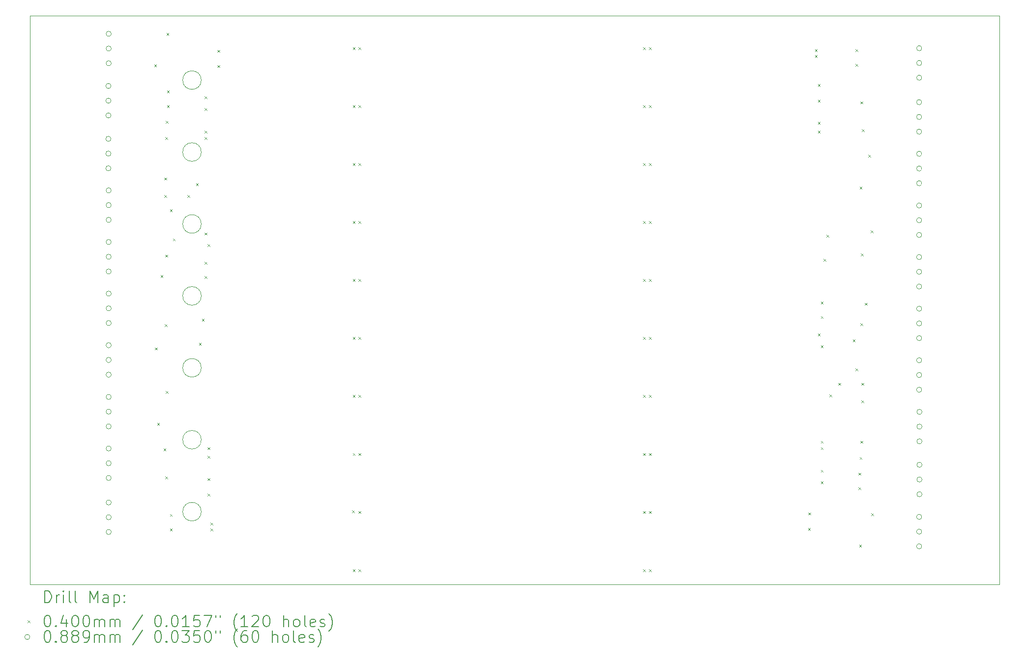
<source format=gbr>
%TF.GenerationSoftware,KiCad,Pcbnew,(6.0.8-1)-1*%
%TF.CreationDate,2023-06-16T18:56:44-04:00*%
%TF.ProjectId,Untitled,556e7469-746c-4656-942e-6b696361645f,rev?*%
%TF.SameCoordinates,Original*%
%TF.FileFunction,Drillmap*%
%TF.FilePolarity,Positive*%
%FSLAX45Y45*%
G04 Gerber Fmt 4.5, Leading zero omitted, Abs format (unit mm)*
G04 Created by KiCad (PCBNEW (6.0.8-1)-1) date 2023-06-16 18:56:44*
%MOMM*%
%LPD*%
G01*
G04 APERTURE LIST*
%ADD10C,0.100000*%
%ADD11C,0.200000*%
%ADD12C,0.040000*%
%ADD13C,0.088900*%
G04 APERTURE END LIST*
D10*
X7520000Y-5640000D02*
G75*
G03*
X7520000Y-5640000I-160000J0D01*
G01*
X7520000Y-11840000D02*
G75*
G03*
X7520000Y-11840000I-160000J0D01*
G01*
X7520000Y-10600000D02*
G75*
G03*
X7520000Y-10600000I-160000J0D01*
G01*
X4572000Y-3292000D02*
X21264000Y-3292000D01*
X21264000Y-3292000D02*
X21264000Y-13091000D01*
X21264000Y-13091000D02*
X4572000Y-13091000D01*
X4572000Y-13091000D02*
X4572000Y-3292000D01*
X7520000Y-6880000D02*
G75*
G03*
X7520000Y-6880000I-160000J0D01*
G01*
X7520000Y-8120000D02*
G75*
G03*
X7520000Y-8120000I-160000J0D01*
G01*
X7520000Y-9360000D02*
G75*
G03*
X7520000Y-9360000I-160000J0D01*
G01*
X7520000Y-4400000D02*
G75*
G03*
X7520000Y-4400000I-160000J0D01*
G01*
D11*
D12*
X6710000Y-4130000D02*
X6750000Y-4170000D01*
X6750000Y-4130000D02*
X6710000Y-4170000D01*
X6720000Y-9010000D02*
X6760000Y-9050000D01*
X6760000Y-9010000D02*
X6720000Y-9050000D01*
X6760000Y-10310000D02*
X6800000Y-10350000D01*
X6800000Y-10310000D02*
X6760000Y-10350000D01*
X6820000Y-7760000D02*
X6860000Y-7800000D01*
X6860000Y-7760000D02*
X6820000Y-7800000D01*
X6870000Y-10750000D02*
X6910000Y-10790000D01*
X6910000Y-10750000D02*
X6870000Y-10790000D01*
X6880000Y-6080000D02*
X6920000Y-6120000D01*
X6920000Y-6080000D02*
X6880000Y-6120000D01*
X6880000Y-6380000D02*
X6920000Y-6420000D01*
X6920000Y-6380000D02*
X6880000Y-6420000D01*
X6890000Y-8610000D02*
X6930000Y-8650000D01*
X6930000Y-8610000D02*
X6890000Y-8650000D01*
X6900000Y-5380000D02*
X6940000Y-5420000D01*
X6940000Y-5380000D02*
X6900000Y-5420000D01*
X6900000Y-7410000D02*
X6940000Y-7450000D01*
X6940000Y-7410000D02*
X6900000Y-7450000D01*
X6900000Y-11230000D02*
X6940000Y-11270000D01*
X6940000Y-11230000D02*
X6900000Y-11270000D01*
X6910000Y-5100000D02*
X6950000Y-5140000D01*
X6950000Y-5100000D02*
X6910000Y-5140000D01*
X6910000Y-9760000D02*
X6950000Y-9800000D01*
X6950000Y-9760000D02*
X6910000Y-9800000D01*
X6920000Y-3590000D02*
X6960000Y-3630000D01*
X6960000Y-3590000D02*
X6920000Y-3630000D01*
X6930000Y-4580000D02*
X6970000Y-4620000D01*
X6970000Y-4580000D02*
X6930000Y-4620000D01*
X6930000Y-4830000D02*
X6970000Y-4870000D01*
X6970000Y-4830000D02*
X6930000Y-4870000D01*
X6980000Y-6630000D02*
X7020000Y-6670000D01*
X7020000Y-6630000D02*
X6980000Y-6670000D01*
X6980000Y-11880000D02*
X7020000Y-11920000D01*
X7020000Y-11880000D02*
X6980000Y-11920000D01*
X6980000Y-12130000D02*
X7020000Y-12170000D01*
X7020000Y-12130000D02*
X6980000Y-12170000D01*
X7030000Y-7130000D02*
X7070000Y-7170000D01*
X7070000Y-7130000D02*
X7030000Y-7170000D01*
X7280000Y-6380000D02*
X7320000Y-6420000D01*
X7320000Y-6380000D02*
X7280000Y-6420000D01*
X7430000Y-6180000D02*
X7470000Y-6220000D01*
X7470000Y-6180000D02*
X7430000Y-6220000D01*
X7480000Y-8930000D02*
X7520000Y-8970000D01*
X7520000Y-8930000D02*
X7480000Y-8970000D01*
X7530000Y-8515989D02*
X7570000Y-8555989D01*
X7570000Y-8515989D02*
X7530000Y-8555989D01*
X7580000Y-4680000D02*
X7620000Y-4720000D01*
X7620000Y-4680000D02*
X7580000Y-4720000D01*
X7580000Y-4880000D02*
X7620000Y-4920000D01*
X7620000Y-4880000D02*
X7580000Y-4920000D01*
X7580000Y-5270000D02*
X7620000Y-5310000D01*
X7620000Y-5270000D02*
X7580000Y-5310000D01*
X7580000Y-5380000D02*
X7620000Y-5420000D01*
X7620000Y-5380000D02*
X7580000Y-5420000D01*
X7580000Y-7030000D02*
X7620000Y-7070000D01*
X7620000Y-7030000D02*
X7580000Y-7070000D01*
X7580000Y-7530000D02*
X7620000Y-7570000D01*
X7620000Y-7530000D02*
X7580000Y-7570000D01*
X7580000Y-7780000D02*
X7620000Y-7820000D01*
X7620000Y-7780000D02*
X7580000Y-7820000D01*
X7630000Y-7230000D02*
X7670000Y-7270000D01*
X7670000Y-7230000D02*
X7630000Y-7270000D01*
X7630000Y-10730000D02*
X7670000Y-10770000D01*
X7670000Y-10730000D02*
X7630000Y-10770000D01*
X7630000Y-10880000D02*
X7670000Y-10920000D01*
X7670000Y-10880000D02*
X7630000Y-10920000D01*
X7630000Y-11263035D02*
X7670000Y-11303035D01*
X7670000Y-11263035D02*
X7630000Y-11303035D01*
X7630000Y-11530000D02*
X7670000Y-11570000D01*
X7670000Y-11530000D02*
X7630000Y-11570000D01*
X7680000Y-12030000D02*
X7720000Y-12070000D01*
X7720000Y-12030000D02*
X7680000Y-12070000D01*
X7680000Y-12130000D02*
X7720000Y-12170000D01*
X7720000Y-12130000D02*
X7680000Y-12170000D01*
X7797000Y-4143000D02*
X7837000Y-4183000D01*
X7837000Y-4143000D02*
X7797000Y-4183000D01*
X7800000Y-3880000D02*
X7840000Y-3920000D01*
X7840000Y-3880000D02*
X7800000Y-3920000D01*
X10115750Y-11815750D02*
X10155750Y-11855750D01*
X10155750Y-11815750D02*
X10115750Y-11855750D01*
X10130000Y-3830000D02*
X10170000Y-3870000D01*
X10170000Y-3830000D02*
X10130000Y-3870000D01*
X10130000Y-4830000D02*
X10170000Y-4870000D01*
X10170000Y-4830000D02*
X10130000Y-4870000D01*
X10130000Y-5830000D02*
X10170000Y-5870000D01*
X10170000Y-5830000D02*
X10130000Y-5870000D01*
X10130000Y-6830000D02*
X10170000Y-6870000D01*
X10170000Y-6830000D02*
X10130000Y-6870000D01*
X10130000Y-7830000D02*
X10170000Y-7870000D01*
X10170000Y-7830000D02*
X10130000Y-7870000D01*
X10130000Y-8830000D02*
X10170000Y-8870000D01*
X10170000Y-8830000D02*
X10130000Y-8870000D01*
X10130000Y-9830000D02*
X10170000Y-9870000D01*
X10170000Y-9830000D02*
X10130000Y-9870000D01*
X10130000Y-10830000D02*
X10170000Y-10870000D01*
X10170000Y-10830000D02*
X10130000Y-10870000D01*
X10130000Y-12830000D02*
X10170000Y-12870000D01*
X10170000Y-12830000D02*
X10130000Y-12870000D01*
X10230000Y-3830000D02*
X10270000Y-3870000D01*
X10270000Y-3830000D02*
X10230000Y-3870000D01*
X10230000Y-4830000D02*
X10270000Y-4870000D01*
X10270000Y-4830000D02*
X10230000Y-4870000D01*
X10230000Y-5830000D02*
X10270000Y-5870000D01*
X10270000Y-5830000D02*
X10230000Y-5870000D01*
X10230000Y-6830000D02*
X10270000Y-6870000D01*
X10270000Y-6830000D02*
X10230000Y-6870000D01*
X10230000Y-7830000D02*
X10270000Y-7870000D01*
X10270000Y-7830000D02*
X10230000Y-7870000D01*
X10230000Y-8830000D02*
X10270000Y-8870000D01*
X10270000Y-8830000D02*
X10230000Y-8870000D01*
X10230000Y-9830000D02*
X10270000Y-9870000D01*
X10270000Y-9830000D02*
X10230000Y-9870000D01*
X10230000Y-10830000D02*
X10270000Y-10870000D01*
X10270000Y-10830000D02*
X10230000Y-10870000D01*
X10230000Y-11830000D02*
X10270000Y-11870000D01*
X10270000Y-11830000D02*
X10230000Y-11870000D01*
X10230000Y-12830000D02*
X10270000Y-12870000D01*
X10270000Y-12830000D02*
X10230000Y-12870000D01*
X15130000Y-3830000D02*
X15170000Y-3870000D01*
X15170000Y-3830000D02*
X15130000Y-3870000D01*
X15130000Y-4830000D02*
X15170000Y-4870000D01*
X15170000Y-4830000D02*
X15130000Y-4870000D01*
X15130000Y-5830000D02*
X15170000Y-5870000D01*
X15170000Y-5830000D02*
X15130000Y-5870000D01*
X15130000Y-6830000D02*
X15170000Y-6870000D01*
X15170000Y-6830000D02*
X15130000Y-6870000D01*
X15130000Y-7830000D02*
X15170000Y-7870000D01*
X15170000Y-7830000D02*
X15130000Y-7870000D01*
X15130000Y-8830000D02*
X15170000Y-8870000D01*
X15170000Y-8830000D02*
X15130000Y-8870000D01*
X15130000Y-9830000D02*
X15170000Y-9870000D01*
X15170000Y-9830000D02*
X15130000Y-9870000D01*
X15130000Y-10830000D02*
X15170000Y-10870000D01*
X15170000Y-10830000D02*
X15130000Y-10870000D01*
X15130000Y-11830000D02*
X15170000Y-11870000D01*
X15170000Y-11830000D02*
X15130000Y-11870000D01*
X15130000Y-12830000D02*
X15170000Y-12870000D01*
X15170000Y-12830000D02*
X15130000Y-12870000D01*
X15230000Y-3830000D02*
X15270000Y-3870000D01*
X15270000Y-3830000D02*
X15230000Y-3870000D01*
X15230000Y-4830000D02*
X15270000Y-4870000D01*
X15270000Y-4830000D02*
X15230000Y-4870000D01*
X15230000Y-5830000D02*
X15270000Y-5870000D01*
X15270000Y-5830000D02*
X15230000Y-5870000D01*
X15230000Y-6830000D02*
X15270000Y-6870000D01*
X15270000Y-6830000D02*
X15230000Y-6870000D01*
X15230000Y-7830000D02*
X15270000Y-7870000D01*
X15270000Y-7830000D02*
X15230000Y-7870000D01*
X15230000Y-8830000D02*
X15270000Y-8870000D01*
X15270000Y-8830000D02*
X15230000Y-8870000D01*
X15230000Y-9830000D02*
X15270000Y-9870000D01*
X15270000Y-9830000D02*
X15230000Y-9870000D01*
X15230000Y-10830000D02*
X15270000Y-10870000D01*
X15270000Y-10830000D02*
X15230000Y-10870000D01*
X15230000Y-11830000D02*
X15270000Y-11870000D01*
X15270000Y-11830000D02*
X15230000Y-11870000D01*
X15230000Y-12830000D02*
X15270000Y-12870000D01*
X15270000Y-12830000D02*
X15230000Y-12870000D01*
X17969250Y-12119250D02*
X18009250Y-12159250D01*
X18009250Y-12119250D02*
X17969250Y-12159250D01*
X17972250Y-11856250D02*
X18012250Y-11896250D01*
X18012250Y-11856250D02*
X17972250Y-11896250D01*
X18089250Y-3869250D02*
X18129250Y-3909250D01*
X18129250Y-3869250D02*
X18089250Y-3909250D01*
X18089250Y-3969250D02*
X18129250Y-4009250D01*
X18129250Y-3969250D02*
X18089250Y-4009250D01*
X18139250Y-4469250D02*
X18179250Y-4509250D01*
X18179250Y-4469250D02*
X18139250Y-4509250D01*
X18139250Y-4736215D02*
X18179250Y-4776215D01*
X18179250Y-4736215D02*
X18139250Y-4776215D01*
X18139250Y-5119250D02*
X18179250Y-5159250D01*
X18179250Y-5119250D02*
X18139250Y-5159250D01*
X18139250Y-5269250D02*
X18179250Y-5309250D01*
X18179250Y-5269250D02*
X18139250Y-5309250D01*
X18139250Y-8769250D02*
X18179250Y-8809250D01*
X18179250Y-8769250D02*
X18139250Y-8809250D01*
X18189250Y-8219250D02*
X18229250Y-8259250D01*
X18229250Y-8219250D02*
X18189250Y-8259250D01*
X18189250Y-8469250D02*
X18229250Y-8509250D01*
X18229250Y-8469250D02*
X18189250Y-8509250D01*
X18189250Y-8969250D02*
X18229250Y-9009250D01*
X18229250Y-8969250D02*
X18189250Y-9009250D01*
X18189250Y-10619250D02*
X18229250Y-10659250D01*
X18229250Y-10619250D02*
X18189250Y-10659250D01*
X18189250Y-10729250D02*
X18229250Y-10769250D01*
X18229250Y-10729250D02*
X18189250Y-10769250D01*
X18189250Y-11119250D02*
X18229250Y-11159250D01*
X18229250Y-11119250D02*
X18189250Y-11159250D01*
X18189250Y-11319250D02*
X18229250Y-11359250D01*
X18229250Y-11319250D02*
X18189250Y-11359250D01*
X18239250Y-7483261D02*
X18279250Y-7523261D01*
X18279250Y-7483261D02*
X18239250Y-7523261D01*
X18289250Y-7069250D02*
X18329250Y-7109250D01*
X18329250Y-7069250D02*
X18289250Y-7109250D01*
X18339250Y-9819250D02*
X18379250Y-9859250D01*
X18379250Y-9819250D02*
X18339250Y-9859250D01*
X18489250Y-9619250D02*
X18529250Y-9659250D01*
X18529250Y-9619250D02*
X18489250Y-9659250D01*
X18739250Y-8869250D02*
X18779250Y-8909250D01*
X18779250Y-8869250D02*
X18739250Y-8909250D01*
X18789250Y-3869250D02*
X18829250Y-3909250D01*
X18829250Y-3869250D02*
X18789250Y-3909250D01*
X18789250Y-4119250D02*
X18829250Y-4159250D01*
X18829250Y-4119250D02*
X18789250Y-4159250D01*
X18789250Y-9369250D02*
X18829250Y-9409250D01*
X18829250Y-9369250D02*
X18789250Y-9409250D01*
X18839250Y-11169250D02*
X18879250Y-11209250D01*
X18879250Y-11169250D02*
X18839250Y-11209250D01*
X18839250Y-11419250D02*
X18879250Y-11459250D01*
X18879250Y-11419250D02*
X18839250Y-11459250D01*
X18849250Y-12409250D02*
X18889250Y-12449250D01*
X18889250Y-12409250D02*
X18849250Y-12449250D01*
X18859250Y-6239250D02*
X18899250Y-6279250D01*
X18899250Y-6239250D02*
X18859250Y-6279250D01*
X18859250Y-10899250D02*
X18899250Y-10939250D01*
X18899250Y-10899250D02*
X18859250Y-10939250D01*
X18869250Y-4769250D02*
X18909250Y-4809250D01*
X18909250Y-4769250D02*
X18869250Y-4809250D01*
X18869250Y-8589250D02*
X18909250Y-8629250D01*
X18909250Y-8589250D02*
X18869250Y-8629250D01*
X18869250Y-10619250D02*
X18909250Y-10659250D01*
X18909250Y-10619250D02*
X18869250Y-10659250D01*
X18879250Y-7389250D02*
X18919250Y-7429250D01*
X18919250Y-7389250D02*
X18879250Y-7429250D01*
X18889250Y-9619250D02*
X18929250Y-9659250D01*
X18929250Y-9619250D02*
X18889250Y-9659250D01*
X18889250Y-9919250D02*
X18929250Y-9959250D01*
X18929250Y-9919250D02*
X18889250Y-9959250D01*
X18899250Y-5249250D02*
X18939250Y-5289250D01*
X18939250Y-5249250D02*
X18899250Y-5289250D01*
X18949250Y-8239250D02*
X18989250Y-8279250D01*
X18989250Y-8239250D02*
X18949250Y-8279250D01*
X19009250Y-5689250D02*
X19049250Y-5729250D01*
X19049250Y-5689250D02*
X19009250Y-5729250D01*
X19049250Y-6989250D02*
X19089250Y-7029250D01*
X19089250Y-6989250D02*
X19049250Y-7029250D01*
X19059250Y-11869250D02*
X19099250Y-11909250D01*
X19099250Y-11869250D02*
X19059250Y-11909250D01*
D13*
X5964450Y-4500000D02*
G75*
G03*
X5964450Y-4500000I-44450J0D01*
G01*
X5964450Y-4754000D02*
G75*
G03*
X5964450Y-4754000I-44450J0D01*
G01*
X5964450Y-5008000D02*
G75*
G03*
X5964450Y-5008000I-44450J0D01*
G01*
X5964450Y-5412000D02*
G75*
G03*
X5964450Y-5412000I-44450J0D01*
G01*
X5964450Y-5666000D02*
G75*
G03*
X5964450Y-5666000I-44450J0D01*
G01*
X5964450Y-5920000D02*
G75*
G03*
X5964450Y-5920000I-44450J0D01*
G01*
X5969460Y-3602000D02*
G75*
G03*
X5969460Y-3602000I-44450J0D01*
G01*
X5969460Y-3856000D02*
G75*
G03*
X5969460Y-3856000I-44450J0D01*
G01*
X5969460Y-4110000D02*
G75*
G03*
X5969460Y-4110000I-44450J0D01*
G01*
X5969460Y-6301250D02*
G75*
G03*
X5969460Y-6301250I-44450J0D01*
G01*
X5969460Y-6555250D02*
G75*
G03*
X5969460Y-6555250I-44450J0D01*
G01*
X5969460Y-6809250D02*
G75*
G03*
X5969460Y-6809250I-44450J0D01*
G01*
X5969460Y-7190750D02*
G75*
G03*
X5969460Y-7190750I-44450J0D01*
G01*
X5969460Y-7444750D02*
G75*
G03*
X5969460Y-7444750I-44450J0D01*
G01*
X5969460Y-7698750D02*
G75*
G03*
X5969460Y-7698750I-44450J0D01*
G01*
X5969460Y-8081250D02*
G75*
G03*
X5969460Y-8081250I-44450J0D01*
G01*
X5969460Y-8335250D02*
G75*
G03*
X5969460Y-8335250I-44450J0D01*
G01*
X5969460Y-8589250D02*
G75*
G03*
X5969460Y-8589250I-44450J0D01*
G01*
X5969460Y-8970750D02*
G75*
G03*
X5969460Y-8970750I-44450J0D01*
G01*
X5969460Y-9224750D02*
G75*
G03*
X5969460Y-9224750I-44450J0D01*
G01*
X5969460Y-9478750D02*
G75*
G03*
X5969460Y-9478750I-44450J0D01*
G01*
X5969460Y-9861250D02*
G75*
G03*
X5969460Y-9861250I-44450J0D01*
G01*
X5969460Y-10115250D02*
G75*
G03*
X5969460Y-10115250I-44450J0D01*
G01*
X5969460Y-10369250D02*
G75*
G03*
X5969460Y-10369250I-44450J0D01*
G01*
X5969460Y-10750750D02*
G75*
G03*
X5969460Y-10750750I-44450J0D01*
G01*
X5969460Y-11004750D02*
G75*
G03*
X5969460Y-11004750I-44450J0D01*
G01*
X5969460Y-11258750D02*
G75*
G03*
X5969460Y-11258750I-44450J0D01*
G01*
X5969460Y-11681250D02*
G75*
G03*
X5969460Y-11681250I-44450J0D01*
G01*
X5969460Y-11935250D02*
G75*
G03*
X5969460Y-11935250I-44450J0D01*
G01*
X5969460Y-12189250D02*
G75*
G03*
X5969460Y-12189250I-44450J0D01*
G01*
X19928690Y-3850000D02*
G75*
G03*
X19928690Y-3850000I-44450J0D01*
G01*
X19928690Y-4104000D02*
G75*
G03*
X19928690Y-4104000I-44450J0D01*
G01*
X19928690Y-4358000D02*
G75*
G03*
X19928690Y-4358000I-44450J0D01*
G01*
X19928690Y-4780500D02*
G75*
G03*
X19928690Y-4780500I-44450J0D01*
G01*
X19928690Y-5034500D02*
G75*
G03*
X19928690Y-5034500I-44450J0D01*
G01*
X19928690Y-5288500D02*
G75*
G03*
X19928690Y-5288500I-44450J0D01*
G01*
X19928690Y-5670000D02*
G75*
G03*
X19928690Y-5670000I-44450J0D01*
G01*
X19928690Y-5924000D02*
G75*
G03*
X19928690Y-5924000I-44450J0D01*
G01*
X19928690Y-6178000D02*
G75*
G03*
X19928690Y-6178000I-44450J0D01*
G01*
X19928690Y-6560500D02*
G75*
G03*
X19928690Y-6560500I-44450J0D01*
G01*
X19928690Y-6814500D02*
G75*
G03*
X19928690Y-6814500I-44450J0D01*
G01*
X19928690Y-7068500D02*
G75*
G03*
X19928690Y-7068500I-44450J0D01*
G01*
X19928690Y-7450000D02*
G75*
G03*
X19928690Y-7450000I-44450J0D01*
G01*
X19928690Y-7704000D02*
G75*
G03*
X19928690Y-7704000I-44450J0D01*
G01*
X19928690Y-7958000D02*
G75*
G03*
X19928690Y-7958000I-44450J0D01*
G01*
X19928690Y-8340500D02*
G75*
G03*
X19928690Y-8340500I-44450J0D01*
G01*
X19928690Y-8594500D02*
G75*
G03*
X19928690Y-8594500I-44450J0D01*
G01*
X19928690Y-8848500D02*
G75*
G03*
X19928690Y-8848500I-44450J0D01*
G01*
X19928690Y-9230000D02*
G75*
G03*
X19928690Y-9230000I-44450J0D01*
G01*
X19928690Y-9484000D02*
G75*
G03*
X19928690Y-9484000I-44450J0D01*
G01*
X19928690Y-9738000D02*
G75*
G03*
X19928690Y-9738000I-44450J0D01*
G01*
X19928690Y-11929250D02*
G75*
G03*
X19928690Y-11929250I-44450J0D01*
G01*
X19928690Y-12183250D02*
G75*
G03*
X19928690Y-12183250I-44450J0D01*
G01*
X19928690Y-12437250D02*
G75*
G03*
X19928690Y-12437250I-44450J0D01*
G01*
X19933700Y-10119250D02*
G75*
G03*
X19933700Y-10119250I-44450J0D01*
G01*
X19933700Y-10373250D02*
G75*
G03*
X19933700Y-10373250I-44450J0D01*
G01*
X19933700Y-10627250D02*
G75*
G03*
X19933700Y-10627250I-44450J0D01*
G01*
X19933700Y-11031250D02*
G75*
G03*
X19933700Y-11031250I-44450J0D01*
G01*
X19933700Y-11285250D02*
G75*
G03*
X19933700Y-11285250I-44450J0D01*
G01*
X19933700Y-11539250D02*
G75*
G03*
X19933700Y-11539250I-44450J0D01*
G01*
D11*
X4824619Y-13406476D02*
X4824619Y-13206476D01*
X4872238Y-13206476D01*
X4900810Y-13216000D01*
X4919857Y-13235048D01*
X4929381Y-13254095D01*
X4938905Y-13292190D01*
X4938905Y-13320762D01*
X4929381Y-13358857D01*
X4919857Y-13377905D01*
X4900810Y-13396952D01*
X4872238Y-13406476D01*
X4824619Y-13406476D01*
X5024619Y-13406476D02*
X5024619Y-13273143D01*
X5024619Y-13311238D02*
X5034143Y-13292190D01*
X5043667Y-13282667D01*
X5062714Y-13273143D01*
X5081762Y-13273143D01*
X5148429Y-13406476D02*
X5148429Y-13273143D01*
X5148429Y-13206476D02*
X5138905Y-13216000D01*
X5148429Y-13225524D01*
X5157952Y-13216000D01*
X5148429Y-13206476D01*
X5148429Y-13225524D01*
X5272238Y-13406476D02*
X5253190Y-13396952D01*
X5243667Y-13377905D01*
X5243667Y-13206476D01*
X5377000Y-13406476D02*
X5357952Y-13396952D01*
X5348429Y-13377905D01*
X5348429Y-13206476D01*
X5605571Y-13406476D02*
X5605571Y-13206476D01*
X5672238Y-13349333D01*
X5738905Y-13206476D01*
X5738905Y-13406476D01*
X5919857Y-13406476D02*
X5919857Y-13301714D01*
X5910333Y-13282667D01*
X5891286Y-13273143D01*
X5853190Y-13273143D01*
X5834143Y-13282667D01*
X5919857Y-13396952D02*
X5900809Y-13406476D01*
X5853190Y-13406476D01*
X5834143Y-13396952D01*
X5824619Y-13377905D01*
X5824619Y-13358857D01*
X5834143Y-13339809D01*
X5853190Y-13330286D01*
X5900809Y-13330286D01*
X5919857Y-13320762D01*
X6015095Y-13273143D02*
X6015095Y-13473143D01*
X6015095Y-13282667D02*
X6034143Y-13273143D01*
X6072238Y-13273143D01*
X6091286Y-13282667D01*
X6100809Y-13292190D01*
X6110333Y-13311238D01*
X6110333Y-13368381D01*
X6100809Y-13387428D01*
X6091286Y-13396952D01*
X6072238Y-13406476D01*
X6034143Y-13406476D01*
X6015095Y-13396952D01*
X6196048Y-13387428D02*
X6205571Y-13396952D01*
X6196048Y-13406476D01*
X6186524Y-13396952D01*
X6196048Y-13387428D01*
X6196048Y-13406476D01*
X6196048Y-13282667D02*
X6205571Y-13292190D01*
X6196048Y-13301714D01*
X6186524Y-13292190D01*
X6196048Y-13282667D01*
X6196048Y-13301714D01*
D12*
X4527000Y-13716000D02*
X4567000Y-13756000D01*
X4567000Y-13716000D02*
X4527000Y-13756000D01*
D11*
X4862714Y-13626476D02*
X4881762Y-13626476D01*
X4900810Y-13636000D01*
X4910333Y-13645524D01*
X4919857Y-13664571D01*
X4929381Y-13702667D01*
X4929381Y-13750286D01*
X4919857Y-13788381D01*
X4910333Y-13807428D01*
X4900810Y-13816952D01*
X4881762Y-13826476D01*
X4862714Y-13826476D01*
X4843667Y-13816952D01*
X4834143Y-13807428D01*
X4824619Y-13788381D01*
X4815095Y-13750286D01*
X4815095Y-13702667D01*
X4824619Y-13664571D01*
X4834143Y-13645524D01*
X4843667Y-13636000D01*
X4862714Y-13626476D01*
X5015095Y-13807428D02*
X5024619Y-13816952D01*
X5015095Y-13826476D01*
X5005571Y-13816952D01*
X5015095Y-13807428D01*
X5015095Y-13826476D01*
X5196048Y-13693143D02*
X5196048Y-13826476D01*
X5148429Y-13616952D02*
X5100810Y-13759809D01*
X5224619Y-13759809D01*
X5338905Y-13626476D02*
X5357952Y-13626476D01*
X5377000Y-13636000D01*
X5386524Y-13645524D01*
X5396048Y-13664571D01*
X5405571Y-13702667D01*
X5405571Y-13750286D01*
X5396048Y-13788381D01*
X5386524Y-13807428D01*
X5377000Y-13816952D01*
X5357952Y-13826476D01*
X5338905Y-13826476D01*
X5319857Y-13816952D01*
X5310333Y-13807428D01*
X5300810Y-13788381D01*
X5291286Y-13750286D01*
X5291286Y-13702667D01*
X5300810Y-13664571D01*
X5310333Y-13645524D01*
X5319857Y-13636000D01*
X5338905Y-13626476D01*
X5529381Y-13626476D02*
X5548429Y-13626476D01*
X5567476Y-13636000D01*
X5577000Y-13645524D01*
X5586524Y-13664571D01*
X5596048Y-13702667D01*
X5596048Y-13750286D01*
X5586524Y-13788381D01*
X5577000Y-13807428D01*
X5567476Y-13816952D01*
X5548429Y-13826476D01*
X5529381Y-13826476D01*
X5510333Y-13816952D01*
X5500810Y-13807428D01*
X5491286Y-13788381D01*
X5481762Y-13750286D01*
X5481762Y-13702667D01*
X5491286Y-13664571D01*
X5500810Y-13645524D01*
X5510333Y-13636000D01*
X5529381Y-13626476D01*
X5681762Y-13826476D02*
X5681762Y-13693143D01*
X5681762Y-13712190D02*
X5691286Y-13702667D01*
X5710333Y-13693143D01*
X5738905Y-13693143D01*
X5757952Y-13702667D01*
X5767476Y-13721714D01*
X5767476Y-13826476D01*
X5767476Y-13721714D02*
X5777000Y-13702667D01*
X5796048Y-13693143D01*
X5824619Y-13693143D01*
X5843667Y-13702667D01*
X5853190Y-13721714D01*
X5853190Y-13826476D01*
X5948428Y-13826476D02*
X5948428Y-13693143D01*
X5948428Y-13712190D02*
X5957952Y-13702667D01*
X5977000Y-13693143D01*
X6005571Y-13693143D01*
X6024619Y-13702667D01*
X6034143Y-13721714D01*
X6034143Y-13826476D01*
X6034143Y-13721714D02*
X6043667Y-13702667D01*
X6062714Y-13693143D01*
X6091286Y-13693143D01*
X6110333Y-13702667D01*
X6119857Y-13721714D01*
X6119857Y-13826476D01*
X6510333Y-13616952D02*
X6338905Y-13874095D01*
X6767476Y-13626476D02*
X6786524Y-13626476D01*
X6805571Y-13636000D01*
X6815095Y-13645524D01*
X6824619Y-13664571D01*
X6834143Y-13702667D01*
X6834143Y-13750286D01*
X6824619Y-13788381D01*
X6815095Y-13807428D01*
X6805571Y-13816952D01*
X6786524Y-13826476D01*
X6767476Y-13826476D01*
X6748428Y-13816952D01*
X6738905Y-13807428D01*
X6729381Y-13788381D01*
X6719857Y-13750286D01*
X6719857Y-13702667D01*
X6729381Y-13664571D01*
X6738905Y-13645524D01*
X6748428Y-13636000D01*
X6767476Y-13626476D01*
X6919857Y-13807428D02*
X6929381Y-13816952D01*
X6919857Y-13826476D01*
X6910333Y-13816952D01*
X6919857Y-13807428D01*
X6919857Y-13826476D01*
X7053190Y-13626476D02*
X7072238Y-13626476D01*
X7091286Y-13636000D01*
X7100809Y-13645524D01*
X7110333Y-13664571D01*
X7119857Y-13702667D01*
X7119857Y-13750286D01*
X7110333Y-13788381D01*
X7100809Y-13807428D01*
X7091286Y-13816952D01*
X7072238Y-13826476D01*
X7053190Y-13826476D01*
X7034143Y-13816952D01*
X7024619Y-13807428D01*
X7015095Y-13788381D01*
X7005571Y-13750286D01*
X7005571Y-13702667D01*
X7015095Y-13664571D01*
X7024619Y-13645524D01*
X7034143Y-13636000D01*
X7053190Y-13626476D01*
X7310333Y-13826476D02*
X7196048Y-13826476D01*
X7253190Y-13826476D02*
X7253190Y-13626476D01*
X7234143Y-13655048D01*
X7215095Y-13674095D01*
X7196048Y-13683619D01*
X7491286Y-13626476D02*
X7396048Y-13626476D01*
X7386524Y-13721714D01*
X7396048Y-13712190D01*
X7415095Y-13702667D01*
X7462714Y-13702667D01*
X7481762Y-13712190D01*
X7491286Y-13721714D01*
X7500809Y-13740762D01*
X7500809Y-13788381D01*
X7491286Y-13807428D01*
X7481762Y-13816952D01*
X7462714Y-13826476D01*
X7415095Y-13826476D01*
X7396048Y-13816952D01*
X7386524Y-13807428D01*
X7567476Y-13626476D02*
X7700809Y-13626476D01*
X7615095Y-13826476D01*
X7767476Y-13626476D02*
X7767476Y-13664571D01*
X7843667Y-13626476D02*
X7843667Y-13664571D01*
X8138905Y-13902667D02*
X8129381Y-13893143D01*
X8110333Y-13864571D01*
X8100809Y-13845524D01*
X8091286Y-13816952D01*
X8081762Y-13769333D01*
X8081762Y-13731238D01*
X8091286Y-13683619D01*
X8100809Y-13655048D01*
X8110333Y-13636000D01*
X8129381Y-13607428D01*
X8138905Y-13597905D01*
X8319857Y-13826476D02*
X8205571Y-13826476D01*
X8262714Y-13826476D02*
X8262714Y-13626476D01*
X8243667Y-13655048D01*
X8224619Y-13674095D01*
X8205571Y-13683619D01*
X8396048Y-13645524D02*
X8405571Y-13636000D01*
X8424619Y-13626476D01*
X8472238Y-13626476D01*
X8491286Y-13636000D01*
X8500810Y-13645524D01*
X8510333Y-13664571D01*
X8510333Y-13683619D01*
X8500810Y-13712190D01*
X8386524Y-13826476D01*
X8510333Y-13826476D01*
X8634143Y-13626476D02*
X8653190Y-13626476D01*
X8672238Y-13636000D01*
X8681762Y-13645524D01*
X8691286Y-13664571D01*
X8700810Y-13702667D01*
X8700810Y-13750286D01*
X8691286Y-13788381D01*
X8681762Y-13807428D01*
X8672238Y-13816952D01*
X8653190Y-13826476D01*
X8634143Y-13826476D01*
X8615095Y-13816952D01*
X8605571Y-13807428D01*
X8596048Y-13788381D01*
X8586524Y-13750286D01*
X8586524Y-13702667D01*
X8596048Y-13664571D01*
X8605571Y-13645524D01*
X8615095Y-13636000D01*
X8634143Y-13626476D01*
X8938905Y-13826476D02*
X8938905Y-13626476D01*
X9024619Y-13826476D02*
X9024619Y-13721714D01*
X9015095Y-13702667D01*
X8996048Y-13693143D01*
X8967476Y-13693143D01*
X8948429Y-13702667D01*
X8938905Y-13712190D01*
X9148429Y-13826476D02*
X9129381Y-13816952D01*
X9119857Y-13807428D01*
X9110333Y-13788381D01*
X9110333Y-13731238D01*
X9119857Y-13712190D01*
X9129381Y-13702667D01*
X9148429Y-13693143D01*
X9177000Y-13693143D01*
X9196048Y-13702667D01*
X9205571Y-13712190D01*
X9215095Y-13731238D01*
X9215095Y-13788381D01*
X9205571Y-13807428D01*
X9196048Y-13816952D01*
X9177000Y-13826476D01*
X9148429Y-13826476D01*
X9329381Y-13826476D02*
X9310333Y-13816952D01*
X9300810Y-13797905D01*
X9300810Y-13626476D01*
X9481762Y-13816952D02*
X9462714Y-13826476D01*
X9424619Y-13826476D01*
X9405571Y-13816952D01*
X9396048Y-13797905D01*
X9396048Y-13721714D01*
X9405571Y-13702667D01*
X9424619Y-13693143D01*
X9462714Y-13693143D01*
X9481762Y-13702667D01*
X9491286Y-13721714D01*
X9491286Y-13740762D01*
X9396048Y-13759809D01*
X9567476Y-13816952D02*
X9586524Y-13826476D01*
X9624619Y-13826476D01*
X9643667Y-13816952D01*
X9653190Y-13797905D01*
X9653190Y-13788381D01*
X9643667Y-13769333D01*
X9624619Y-13759809D01*
X9596048Y-13759809D01*
X9577000Y-13750286D01*
X9567476Y-13731238D01*
X9567476Y-13721714D01*
X9577000Y-13702667D01*
X9596048Y-13693143D01*
X9624619Y-13693143D01*
X9643667Y-13702667D01*
X9719857Y-13902667D02*
X9729381Y-13893143D01*
X9748429Y-13864571D01*
X9757952Y-13845524D01*
X9767476Y-13816952D01*
X9777000Y-13769333D01*
X9777000Y-13731238D01*
X9767476Y-13683619D01*
X9757952Y-13655048D01*
X9748429Y-13636000D01*
X9729381Y-13607428D01*
X9719857Y-13597905D01*
D13*
X4567000Y-14000000D02*
G75*
G03*
X4567000Y-14000000I-44450J0D01*
G01*
D11*
X4862714Y-13890476D02*
X4881762Y-13890476D01*
X4900810Y-13900000D01*
X4910333Y-13909524D01*
X4919857Y-13928571D01*
X4929381Y-13966667D01*
X4929381Y-14014286D01*
X4919857Y-14052381D01*
X4910333Y-14071428D01*
X4900810Y-14080952D01*
X4881762Y-14090476D01*
X4862714Y-14090476D01*
X4843667Y-14080952D01*
X4834143Y-14071428D01*
X4824619Y-14052381D01*
X4815095Y-14014286D01*
X4815095Y-13966667D01*
X4824619Y-13928571D01*
X4834143Y-13909524D01*
X4843667Y-13900000D01*
X4862714Y-13890476D01*
X5015095Y-14071428D02*
X5024619Y-14080952D01*
X5015095Y-14090476D01*
X5005571Y-14080952D01*
X5015095Y-14071428D01*
X5015095Y-14090476D01*
X5138905Y-13976190D02*
X5119857Y-13966667D01*
X5110333Y-13957143D01*
X5100810Y-13938095D01*
X5100810Y-13928571D01*
X5110333Y-13909524D01*
X5119857Y-13900000D01*
X5138905Y-13890476D01*
X5177000Y-13890476D01*
X5196048Y-13900000D01*
X5205571Y-13909524D01*
X5215095Y-13928571D01*
X5215095Y-13938095D01*
X5205571Y-13957143D01*
X5196048Y-13966667D01*
X5177000Y-13976190D01*
X5138905Y-13976190D01*
X5119857Y-13985714D01*
X5110333Y-13995238D01*
X5100810Y-14014286D01*
X5100810Y-14052381D01*
X5110333Y-14071428D01*
X5119857Y-14080952D01*
X5138905Y-14090476D01*
X5177000Y-14090476D01*
X5196048Y-14080952D01*
X5205571Y-14071428D01*
X5215095Y-14052381D01*
X5215095Y-14014286D01*
X5205571Y-13995238D01*
X5196048Y-13985714D01*
X5177000Y-13976190D01*
X5329381Y-13976190D02*
X5310333Y-13966667D01*
X5300810Y-13957143D01*
X5291286Y-13938095D01*
X5291286Y-13928571D01*
X5300810Y-13909524D01*
X5310333Y-13900000D01*
X5329381Y-13890476D01*
X5367476Y-13890476D01*
X5386524Y-13900000D01*
X5396048Y-13909524D01*
X5405571Y-13928571D01*
X5405571Y-13938095D01*
X5396048Y-13957143D01*
X5386524Y-13966667D01*
X5367476Y-13976190D01*
X5329381Y-13976190D01*
X5310333Y-13985714D01*
X5300810Y-13995238D01*
X5291286Y-14014286D01*
X5291286Y-14052381D01*
X5300810Y-14071428D01*
X5310333Y-14080952D01*
X5329381Y-14090476D01*
X5367476Y-14090476D01*
X5386524Y-14080952D01*
X5396048Y-14071428D01*
X5405571Y-14052381D01*
X5405571Y-14014286D01*
X5396048Y-13995238D01*
X5386524Y-13985714D01*
X5367476Y-13976190D01*
X5500810Y-14090476D02*
X5538905Y-14090476D01*
X5557952Y-14080952D01*
X5567476Y-14071428D01*
X5586524Y-14042857D01*
X5596048Y-14004762D01*
X5596048Y-13928571D01*
X5586524Y-13909524D01*
X5577000Y-13900000D01*
X5557952Y-13890476D01*
X5519857Y-13890476D01*
X5500810Y-13900000D01*
X5491286Y-13909524D01*
X5481762Y-13928571D01*
X5481762Y-13976190D01*
X5491286Y-13995238D01*
X5500810Y-14004762D01*
X5519857Y-14014286D01*
X5557952Y-14014286D01*
X5577000Y-14004762D01*
X5586524Y-13995238D01*
X5596048Y-13976190D01*
X5681762Y-14090476D02*
X5681762Y-13957143D01*
X5681762Y-13976190D02*
X5691286Y-13966667D01*
X5710333Y-13957143D01*
X5738905Y-13957143D01*
X5757952Y-13966667D01*
X5767476Y-13985714D01*
X5767476Y-14090476D01*
X5767476Y-13985714D02*
X5777000Y-13966667D01*
X5796048Y-13957143D01*
X5824619Y-13957143D01*
X5843667Y-13966667D01*
X5853190Y-13985714D01*
X5853190Y-14090476D01*
X5948428Y-14090476D02*
X5948428Y-13957143D01*
X5948428Y-13976190D02*
X5957952Y-13966667D01*
X5977000Y-13957143D01*
X6005571Y-13957143D01*
X6024619Y-13966667D01*
X6034143Y-13985714D01*
X6034143Y-14090476D01*
X6034143Y-13985714D02*
X6043667Y-13966667D01*
X6062714Y-13957143D01*
X6091286Y-13957143D01*
X6110333Y-13966667D01*
X6119857Y-13985714D01*
X6119857Y-14090476D01*
X6510333Y-13880952D02*
X6338905Y-14138095D01*
X6767476Y-13890476D02*
X6786524Y-13890476D01*
X6805571Y-13900000D01*
X6815095Y-13909524D01*
X6824619Y-13928571D01*
X6834143Y-13966667D01*
X6834143Y-14014286D01*
X6824619Y-14052381D01*
X6815095Y-14071428D01*
X6805571Y-14080952D01*
X6786524Y-14090476D01*
X6767476Y-14090476D01*
X6748428Y-14080952D01*
X6738905Y-14071428D01*
X6729381Y-14052381D01*
X6719857Y-14014286D01*
X6719857Y-13966667D01*
X6729381Y-13928571D01*
X6738905Y-13909524D01*
X6748428Y-13900000D01*
X6767476Y-13890476D01*
X6919857Y-14071428D02*
X6929381Y-14080952D01*
X6919857Y-14090476D01*
X6910333Y-14080952D01*
X6919857Y-14071428D01*
X6919857Y-14090476D01*
X7053190Y-13890476D02*
X7072238Y-13890476D01*
X7091286Y-13900000D01*
X7100809Y-13909524D01*
X7110333Y-13928571D01*
X7119857Y-13966667D01*
X7119857Y-14014286D01*
X7110333Y-14052381D01*
X7100809Y-14071428D01*
X7091286Y-14080952D01*
X7072238Y-14090476D01*
X7053190Y-14090476D01*
X7034143Y-14080952D01*
X7024619Y-14071428D01*
X7015095Y-14052381D01*
X7005571Y-14014286D01*
X7005571Y-13966667D01*
X7015095Y-13928571D01*
X7024619Y-13909524D01*
X7034143Y-13900000D01*
X7053190Y-13890476D01*
X7186524Y-13890476D02*
X7310333Y-13890476D01*
X7243667Y-13966667D01*
X7272238Y-13966667D01*
X7291286Y-13976190D01*
X7300809Y-13985714D01*
X7310333Y-14004762D01*
X7310333Y-14052381D01*
X7300809Y-14071428D01*
X7291286Y-14080952D01*
X7272238Y-14090476D01*
X7215095Y-14090476D01*
X7196048Y-14080952D01*
X7186524Y-14071428D01*
X7491286Y-13890476D02*
X7396048Y-13890476D01*
X7386524Y-13985714D01*
X7396048Y-13976190D01*
X7415095Y-13966667D01*
X7462714Y-13966667D01*
X7481762Y-13976190D01*
X7491286Y-13985714D01*
X7500809Y-14004762D01*
X7500809Y-14052381D01*
X7491286Y-14071428D01*
X7481762Y-14080952D01*
X7462714Y-14090476D01*
X7415095Y-14090476D01*
X7396048Y-14080952D01*
X7386524Y-14071428D01*
X7624619Y-13890476D02*
X7643667Y-13890476D01*
X7662714Y-13900000D01*
X7672238Y-13909524D01*
X7681762Y-13928571D01*
X7691286Y-13966667D01*
X7691286Y-14014286D01*
X7681762Y-14052381D01*
X7672238Y-14071428D01*
X7662714Y-14080952D01*
X7643667Y-14090476D01*
X7624619Y-14090476D01*
X7605571Y-14080952D01*
X7596048Y-14071428D01*
X7586524Y-14052381D01*
X7577000Y-14014286D01*
X7577000Y-13966667D01*
X7586524Y-13928571D01*
X7596048Y-13909524D01*
X7605571Y-13900000D01*
X7624619Y-13890476D01*
X7767476Y-13890476D02*
X7767476Y-13928571D01*
X7843667Y-13890476D02*
X7843667Y-13928571D01*
X8138905Y-14166667D02*
X8129381Y-14157143D01*
X8110333Y-14128571D01*
X8100809Y-14109524D01*
X8091286Y-14080952D01*
X8081762Y-14033333D01*
X8081762Y-13995238D01*
X8091286Y-13947619D01*
X8100809Y-13919048D01*
X8110333Y-13900000D01*
X8129381Y-13871428D01*
X8138905Y-13861905D01*
X8300809Y-13890476D02*
X8262714Y-13890476D01*
X8243667Y-13900000D01*
X8234143Y-13909524D01*
X8215095Y-13938095D01*
X8205571Y-13976190D01*
X8205571Y-14052381D01*
X8215095Y-14071428D01*
X8224619Y-14080952D01*
X8243667Y-14090476D01*
X8281762Y-14090476D01*
X8300809Y-14080952D01*
X8310333Y-14071428D01*
X8319857Y-14052381D01*
X8319857Y-14004762D01*
X8310333Y-13985714D01*
X8300809Y-13976190D01*
X8281762Y-13966667D01*
X8243667Y-13966667D01*
X8224619Y-13976190D01*
X8215095Y-13985714D01*
X8205571Y-14004762D01*
X8443667Y-13890476D02*
X8462714Y-13890476D01*
X8481762Y-13900000D01*
X8491286Y-13909524D01*
X8500810Y-13928571D01*
X8510333Y-13966667D01*
X8510333Y-14014286D01*
X8500810Y-14052381D01*
X8491286Y-14071428D01*
X8481762Y-14080952D01*
X8462714Y-14090476D01*
X8443667Y-14090476D01*
X8424619Y-14080952D01*
X8415095Y-14071428D01*
X8405571Y-14052381D01*
X8396048Y-14014286D01*
X8396048Y-13966667D01*
X8405571Y-13928571D01*
X8415095Y-13909524D01*
X8424619Y-13900000D01*
X8443667Y-13890476D01*
X8748429Y-14090476D02*
X8748429Y-13890476D01*
X8834143Y-14090476D02*
X8834143Y-13985714D01*
X8824619Y-13966667D01*
X8805571Y-13957143D01*
X8777000Y-13957143D01*
X8757952Y-13966667D01*
X8748429Y-13976190D01*
X8957952Y-14090476D02*
X8938905Y-14080952D01*
X8929381Y-14071428D01*
X8919857Y-14052381D01*
X8919857Y-13995238D01*
X8929381Y-13976190D01*
X8938905Y-13966667D01*
X8957952Y-13957143D01*
X8986524Y-13957143D01*
X9005571Y-13966667D01*
X9015095Y-13976190D01*
X9024619Y-13995238D01*
X9024619Y-14052381D01*
X9015095Y-14071428D01*
X9005571Y-14080952D01*
X8986524Y-14090476D01*
X8957952Y-14090476D01*
X9138905Y-14090476D02*
X9119857Y-14080952D01*
X9110333Y-14061905D01*
X9110333Y-13890476D01*
X9291286Y-14080952D02*
X9272238Y-14090476D01*
X9234143Y-14090476D01*
X9215095Y-14080952D01*
X9205571Y-14061905D01*
X9205571Y-13985714D01*
X9215095Y-13966667D01*
X9234143Y-13957143D01*
X9272238Y-13957143D01*
X9291286Y-13966667D01*
X9300810Y-13985714D01*
X9300810Y-14004762D01*
X9205571Y-14023809D01*
X9377000Y-14080952D02*
X9396048Y-14090476D01*
X9434143Y-14090476D01*
X9453190Y-14080952D01*
X9462714Y-14061905D01*
X9462714Y-14052381D01*
X9453190Y-14033333D01*
X9434143Y-14023809D01*
X9405571Y-14023809D01*
X9386524Y-14014286D01*
X9377000Y-13995238D01*
X9377000Y-13985714D01*
X9386524Y-13966667D01*
X9405571Y-13957143D01*
X9434143Y-13957143D01*
X9453190Y-13966667D01*
X9529381Y-14166667D02*
X9538905Y-14157143D01*
X9557952Y-14128571D01*
X9567476Y-14109524D01*
X9577000Y-14080952D01*
X9586524Y-14033333D01*
X9586524Y-13995238D01*
X9577000Y-13947619D01*
X9567476Y-13919048D01*
X9557952Y-13900000D01*
X9538905Y-13871428D01*
X9529381Y-13861905D01*
M02*

</source>
